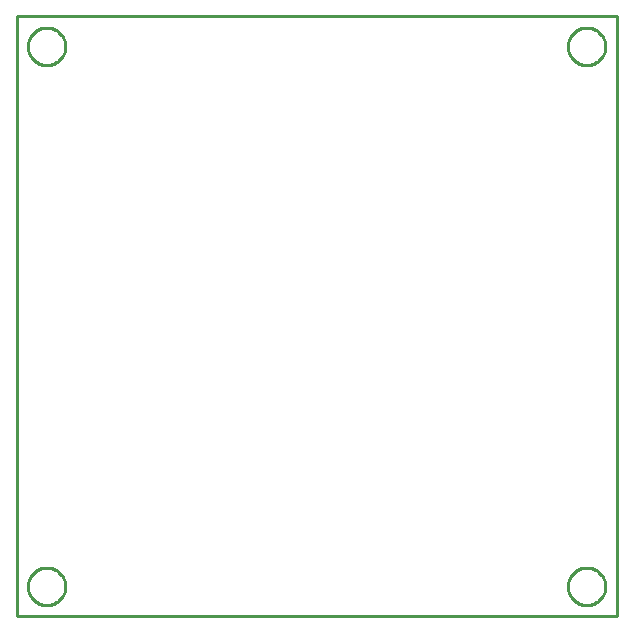
<source format=gbr>
G04 EAGLE Gerber RS-274X export*
G75*
%MOMM*%
%FSLAX34Y34*%
%LPD*%
%IN*%
%IPPOS*%
%AMOC8*
5,1,8,0,0,1.08239X$1,22.5*%
G01*
%ADD10C,0.254000*%


D10*
X0Y0D02*
X508000Y0D01*
X508000Y508000D01*
X0Y508000D01*
X0Y0D01*
X41275Y482080D02*
X41207Y481043D01*
X41071Y480013D01*
X40869Y478993D01*
X40600Y477989D01*
X40265Y477005D01*
X39868Y476045D01*
X39408Y475113D01*
X38888Y474212D01*
X38311Y473348D01*
X37678Y472524D01*
X36993Y471742D01*
X36258Y471007D01*
X35476Y470322D01*
X34652Y469689D01*
X33788Y469112D01*
X32887Y468592D01*
X31955Y468132D01*
X30995Y467735D01*
X30011Y467400D01*
X29007Y467131D01*
X27987Y466929D01*
X26957Y466793D01*
X25920Y466725D01*
X24880Y466725D01*
X23843Y466793D01*
X22813Y466929D01*
X21793Y467131D01*
X20789Y467400D01*
X19805Y467735D01*
X18845Y468132D01*
X17913Y468592D01*
X17012Y469112D01*
X16148Y469689D01*
X15324Y470322D01*
X14542Y471007D01*
X13807Y471742D01*
X13122Y472524D01*
X12489Y473348D01*
X11912Y474212D01*
X11392Y475113D01*
X10932Y476045D01*
X10535Y477005D01*
X10200Y477989D01*
X9931Y478993D01*
X9729Y480013D01*
X9593Y481043D01*
X9525Y482080D01*
X9525Y483120D01*
X9593Y484157D01*
X9729Y485187D01*
X9931Y486207D01*
X10200Y487211D01*
X10535Y488195D01*
X10932Y489155D01*
X11392Y490087D01*
X11912Y490988D01*
X12489Y491852D01*
X13122Y492676D01*
X13807Y493458D01*
X14542Y494193D01*
X15324Y494878D01*
X16148Y495511D01*
X17012Y496088D01*
X17913Y496608D01*
X18845Y497068D01*
X19805Y497465D01*
X20789Y497800D01*
X21793Y498069D01*
X22813Y498271D01*
X23843Y498407D01*
X24880Y498475D01*
X25920Y498475D01*
X26957Y498407D01*
X27987Y498271D01*
X29007Y498069D01*
X30011Y497800D01*
X30995Y497465D01*
X31955Y497068D01*
X32887Y496608D01*
X33788Y496088D01*
X34652Y495511D01*
X35476Y494878D01*
X36258Y494193D01*
X36993Y493458D01*
X37678Y492676D01*
X38311Y491852D01*
X38888Y490988D01*
X39408Y490087D01*
X39868Y489155D01*
X40265Y488195D01*
X40600Y487211D01*
X40869Y486207D01*
X41071Y485187D01*
X41207Y484157D01*
X41275Y483120D01*
X41275Y482080D01*
X41275Y24880D02*
X41207Y23843D01*
X41071Y22813D01*
X40869Y21793D01*
X40600Y20789D01*
X40265Y19805D01*
X39868Y18845D01*
X39408Y17913D01*
X38888Y17012D01*
X38311Y16148D01*
X37678Y15324D01*
X36993Y14542D01*
X36258Y13807D01*
X35476Y13122D01*
X34652Y12489D01*
X33788Y11912D01*
X32887Y11392D01*
X31955Y10932D01*
X30995Y10535D01*
X30011Y10200D01*
X29007Y9931D01*
X27987Y9729D01*
X26957Y9593D01*
X25920Y9525D01*
X24880Y9525D01*
X23843Y9593D01*
X22813Y9729D01*
X21793Y9931D01*
X20789Y10200D01*
X19805Y10535D01*
X18845Y10932D01*
X17913Y11392D01*
X17012Y11912D01*
X16148Y12489D01*
X15324Y13122D01*
X14542Y13807D01*
X13807Y14542D01*
X13122Y15324D01*
X12489Y16148D01*
X11912Y17012D01*
X11392Y17913D01*
X10932Y18845D01*
X10535Y19805D01*
X10200Y20789D01*
X9931Y21793D01*
X9729Y22813D01*
X9593Y23843D01*
X9525Y24880D01*
X9525Y25920D01*
X9593Y26957D01*
X9729Y27987D01*
X9931Y29007D01*
X10200Y30011D01*
X10535Y30995D01*
X10932Y31955D01*
X11392Y32887D01*
X11912Y33788D01*
X12489Y34652D01*
X13122Y35476D01*
X13807Y36258D01*
X14542Y36993D01*
X15324Y37678D01*
X16148Y38311D01*
X17012Y38888D01*
X17913Y39408D01*
X18845Y39868D01*
X19805Y40265D01*
X20789Y40600D01*
X21793Y40869D01*
X22813Y41071D01*
X23843Y41207D01*
X24880Y41275D01*
X25920Y41275D01*
X26957Y41207D01*
X27987Y41071D01*
X29007Y40869D01*
X30011Y40600D01*
X30995Y40265D01*
X31955Y39868D01*
X32887Y39408D01*
X33788Y38888D01*
X34652Y38311D01*
X35476Y37678D01*
X36258Y36993D01*
X36993Y36258D01*
X37678Y35476D01*
X38311Y34652D01*
X38888Y33788D01*
X39408Y32887D01*
X39868Y31955D01*
X40265Y30995D01*
X40600Y30011D01*
X40869Y29007D01*
X41071Y27987D01*
X41207Y26957D01*
X41275Y25920D01*
X41275Y24880D01*
X498475Y24880D02*
X498407Y23843D01*
X498271Y22813D01*
X498069Y21793D01*
X497800Y20789D01*
X497465Y19805D01*
X497068Y18845D01*
X496608Y17913D01*
X496088Y17012D01*
X495511Y16148D01*
X494878Y15324D01*
X494193Y14542D01*
X493458Y13807D01*
X492676Y13122D01*
X491852Y12489D01*
X490988Y11912D01*
X490087Y11392D01*
X489155Y10932D01*
X488195Y10535D01*
X487211Y10200D01*
X486207Y9931D01*
X485187Y9729D01*
X484157Y9593D01*
X483120Y9525D01*
X482080Y9525D01*
X481043Y9593D01*
X480013Y9729D01*
X478993Y9931D01*
X477989Y10200D01*
X477005Y10535D01*
X476045Y10932D01*
X475113Y11392D01*
X474212Y11912D01*
X473348Y12489D01*
X472524Y13122D01*
X471742Y13807D01*
X471007Y14542D01*
X470322Y15324D01*
X469689Y16148D01*
X469112Y17012D01*
X468592Y17913D01*
X468132Y18845D01*
X467735Y19805D01*
X467400Y20789D01*
X467131Y21793D01*
X466929Y22813D01*
X466793Y23843D01*
X466725Y24880D01*
X466725Y25920D01*
X466793Y26957D01*
X466929Y27987D01*
X467131Y29007D01*
X467400Y30011D01*
X467735Y30995D01*
X468132Y31955D01*
X468592Y32887D01*
X469112Y33788D01*
X469689Y34652D01*
X470322Y35476D01*
X471007Y36258D01*
X471742Y36993D01*
X472524Y37678D01*
X473348Y38311D01*
X474212Y38888D01*
X475113Y39408D01*
X476045Y39868D01*
X477005Y40265D01*
X477989Y40600D01*
X478993Y40869D01*
X480013Y41071D01*
X481043Y41207D01*
X482080Y41275D01*
X483120Y41275D01*
X484157Y41207D01*
X485187Y41071D01*
X486207Y40869D01*
X487211Y40600D01*
X488195Y40265D01*
X489155Y39868D01*
X490087Y39408D01*
X490988Y38888D01*
X491852Y38311D01*
X492676Y37678D01*
X493458Y36993D01*
X494193Y36258D01*
X494878Y35476D01*
X495511Y34652D01*
X496088Y33788D01*
X496608Y32887D01*
X497068Y31955D01*
X497465Y30995D01*
X497800Y30011D01*
X498069Y29007D01*
X498271Y27987D01*
X498407Y26957D01*
X498475Y25920D01*
X498475Y24880D01*
X498475Y482080D02*
X498407Y481043D01*
X498271Y480013D01*
X498069Y478993D01*
X497800Y477989D01*
X497465Y477005D01*
X497068Y476045D01*
X496608Y475113D01*
X496088Y474212D01*
X495511Y473348D01*
X494878Y472524D01*
X494193Y471742D01*
X493458Y471007D01*
X492676Y470322D01*
X491852Y469689D01*
X490988Y469112D01*
X490087Y468592D01*
X489155Y468132D01*
X488195Y467735D01*
X487211Y467400D01*
X486207Y467131D01*
X485187Y466929D01*
X484157Y466793D01*
X483120Y466725D01*
X482080Y466725D01*
X481043Y466793D01*
X480013Y466929D01*
X478993Y467131D01*
X477989Y467400D01*
X477005Y467735D01*
X476045Y468132D01*
X475113Y468592D01*
X474212Y469112D01*
X473348Y469689D01*
X472524Y470322D01*
X471742Y471007D01*
X471007Y471742D01*
X470322Y472524D01*
X469689Y473348D01*
X469112Y474212D01*
X468592Y475113D01*
X468132Y476045D01*
X467735Y477005D01*
X467400Y477989D01*
X467131Y478993D01*
X466929Y480013D01*
X466793Y481043D01*
X466725Y482080D01*
X466725Y483120D01*
X466793Y484157D01*
X466929Y485187D01*
X467131Y486207D01*
X467400Y487211D01*
X467735Y488195D01*
X468132Y489155D01*
X468592Y490087D01*
X469112Y490988D01*
X469689Y491852D01*
X470322Y492676D01*
X471007Y493458D01*
X471742Y494193D01*
X472524Y494878D01*
X473348Y495511D01*
X474212Y496088D01*
X475113Y496608D01*
X476045Y497068D01*
X477005Y497465D01*
X477989Y497800D01*
X478993Y498069D01*
X480013Y498271D01*
X481043Y498407D01*
X482080Y498475D01*
X483120Y498475D01*
X484157Y498407D01*
X485187Y498271D01*
X486207Y498069D01*
X487211Y497800D01*
X488195Y497465D01*
X489155Y497068D01*
X490087Y496608D01*
X490988Y496088D01*
X491852Y495511D01*
X492676Y494878D01*
X493458Y494193D01*
X494193Y493458D01*
X494878Y492676D01*
X495511Y491852D01*
X496088Y490988D01*
X496608Y490087D01*
X497068Y489155D01*
X497465Y488195D01*
X497800Y487211D01*
X498069Y486207D01*
X498271Y485187D01*
X498407Y484157D01*
X498475Y483120D01*
X498475Y482080D01*
M02*

</source>
